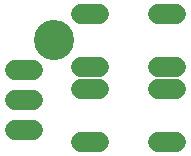
<source format=gts>
G75*
%MOIN*%
%OFA0B0*%
%FSLAX25Y25*%
%IPPOS*%
%LPD*%
%AMOC8*
5,1,8,0,0,1.08239X$1,22.5*
%
%ADD10C,0.13398*%
%ADD11C,0.06800*%
D10*
X0021800Y0041800D03*
D11*
X0014800Y0011800D02*
X0008800Y0011800D01*
X0008800Y0021800D02*
X0014800Y0021800D01*
X0014800Y0031800D02*
X0008800Y0031800D01*
X0031000Y0032900D02*
X0037000Y0032900D01*
X0037000Y0025700D02*
X0031000Y0025700D01*
X0031000Y0007900D02*
X0037000Y0007900D01*
X0056600Y0007900D02*
X0062600Y0007900D01*
X0062600Y0025700D02*
X0056600Y0025700D01*
X0056600Y0032900D02*
X0062600Y0032900D01*
X0062600Y0050700D02*
X0056600Y0050700D01*
X0037000Y0050700D02*
X0031000Y0050700D01*
M02*

</source>
